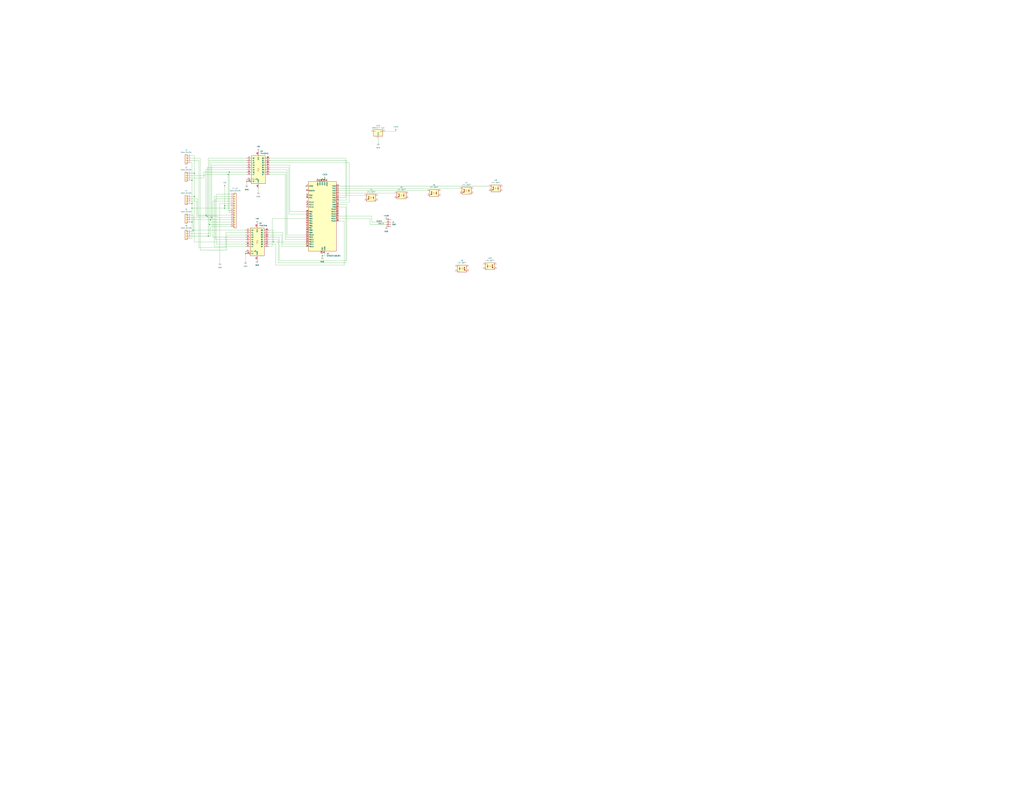
<source format=kicad_sch>
(kicad_sch (version 20250114) (generator "eeschema") (generator_version "9.0")
  (paper "E")
  (lib_symbols
    (symbol "74xx:74HC245" (pin_names (offset 1.016))
      (property "Reference" "U" (at -7.62 16.51 0))
      (property "Value" "74HC245" (at -7.62 -16.51 0))
      (symbol "74HC245_1_0"
        (polyline (pts (xy -1.27 -1.27) (xy 0.635 -1.27) (xy 0.635 1.27) (xy 1.27 1.27)))
        (polyline (pts (xy -0.635 -1.27) (xy -0.635 1.27) (xy 0.635 1.27)))
        (pin tri_state line (at -12.7 12.7 0) (length 5.08) (name "A0") (number "2"))
        (pin tri_state line (at -12.7 10.16 0) (length 5.08) (name "A1") (number "3"))
        (pin tri_state line (at -12.7 7.62 0) (length 5.08) (name "A2") (number "4"))
        (pin tri_state line (at -12.7 5.08 0) (length 5.08) (name "A3") (number "5"))
        (pin tri_state line (at -12.7 2.54 0) (length 5.08) (name "A4") (number "6"))
        (pin tri_state line (at -12.7 0 0) (length 5.08) (name "A5") (number "7"))
        (pin tri_state line (at -12.7 -2.54 0) (length 5.08) (name "A6") (number "8"))
        (pin tri_state line (at -12.7 -5.08 0) (length 5.08) (name "A7") (number "9"))
        (pin input line (at -12.7 -10.16 0) (length 5.08) (name "A->B") (number "1"))
        (pin input inverted (at -12.7 -12.7 0) (length 5.08) (name "CE") (number "19"))
        (pin power_in line (at 0 20.32 270) (length 5.08) (name "VCC") (number "20"))
        (pin power_in line (at 0 -20.32 90) (length 5.08) (name "GND") (number "10"))
        (pin tri_state line (at 12.7 12.7 180) (length 5.08) (name "B0") (number "18"))
        (pin tri_state line (at 12.7 10.16 180) (length 5.08) (name "B1") (number "17"))
        (pin tri_state line (at 12.7 7.62 180) (length 5.08) (name "B2") (number "16"))
        (pin tri_state line (at 12.7 5.08 180) (length 5.08) (name "B3") (number "15"))
        (pin tri_state line (at 12.7 2.54 180) (length 5.08) (name "B4") (number "14"))
        (pin tri_state line (at 12.7 0 180) (length 5.08) (name "B5") (number "13"))
        (pin tri_state line (at 12.7 -2.54 180) (length 5.08) (name "B6") (number "12"))
        (pin tri_state line (at 12.7 -5.08 180) (length 5.08) (name "B7") (number "11"))
      )
      (symbol "74HC245_1_1"
        (rectangle (start -7.62 15.24) (end 7.62 -15.24) (stroke (width 0.254)) (fill (type background)))
      )
    )
    (symbol "Connector:Conn_01x04_Socket" (pin_names (offset 1.016) (hide yes))
      (property "Reference" "J" (at 0 5.08 0))
      (property "Value" "Conn_01x04_Socket" (at 0 -7.62 0))
      (symbol "Conn_01x04_Socket_1_1"
        (polyline (pts (xy -1.27 2.54) (xy -0.508 2.54)) (stroke (width 0.1524)))
        (polyline (pts (xy -1.27 0) (xy -0.508 0)) (stroke (width 0.1524)))
        (polyline (pts (xy -1.27 -2.54) (xy -0.508 -2.54)) (stroke (width 0.1524)))
        (polyline (pts (xy -1.27 -5.08) (xy -0.508 -5.08)) (stroke (width 0.1524)))
        (arc (start 0 2.032) (mid -0.5058 2.54) (end 0 3.048) (stroke (width 0.1524)))
        (arc (start 0 -0.508) (mid -0.5058 0) (end 0 0.508) (stroke (width 0.1524)))
        (arc (start 0 -3.048) (mid -0.5058 -2.54) (end 0 -2.032) (stroke (width 0.1524)))
        (arc (start 0 -5.588) (mid -0.5058 -5.08) (end 0 -4.572) (stroke (width 0.1524)))
        (pin passive line (at -5.08 2.54 0) (length 3.81) (name "Pin_1") (number "1"))
        (pin passive line (at -5.08 0 0) (length 3.81) (name "Pin_2") (number "2"))
        (pin passive line (at -5.08 -2.54 0) (length 3.81) (name "Pin_3") (number "3"))
        (pin passive line (at -5.08 -5.08 0) (length 3.81) (name "Pin_4") (number "4"))
      )
    )
    (symbol "Connector_Generic:Conn_01x04" (pin_names (offset 1.016) (hide yes))
      (property "Reference" "J" (at 0 5.08 0))
      (property "Value" "Conn_01x04" (at 0 -7.62 0))
      (symbol "Conn_01x04_1_1"
        (rectangle (start -1.27 3.81) (end 1.27 -6.35) (stroke (width 0.254)) (fill (type background)))
        (rectangle (start -1.27 2.667) (end 0 2.413) (stroke (width 0.1524)))
        (rectangle (start -1.27 0.127) (end 0 -0.127) (stroke (width 0.1524)))
        (rectangle (start -1.27 -2.413) (end 0 -2.667) (stroke (width 0.1524)))
        (rectangle (start -1.27 -4.953) (end 0 -5.207) (stroke (width 0.1524)))
        (pin passive line (at -5.08 2.54 0) (length 3.81) (name "Pin_1") (number "1"))
        (pin passive line (at -5.08 0 0) (length 3.81) (name "Pin_2") (number "2"))
        (pin passive line (at -5.08 -2.54 0) (length 3.81) (name "Pin_3") (number "3"))
        (pin passive line (at -5.08 -5.08 0) (length 3.81) (name "Pin_4") (number "4"))
      )
    )
    (symbol "Connector_Generic:Conn_01x15" (pin_names (offset 1.016) (hide yes))
      (property "Reference" "J" (at 0 20.32 0))
      (property "Value" "Conn_01x15" (at 0 -20.32 0))
      (symbol "Conn_01x15_1_1"
        (rectangle (start -1.27 19.05) (end 1.27 -19.05) (stroke (width 0.254)) (fill (type background)))
        (rectangle (start -1.27 17.907) (end 0 17.653) (stroke (width 0.1524)))
        (rectangle (start -1.27 15.367) (end 0 15.113) (stroke (width 0.1524)))
        (rectangle (start -1.27 12.827) (end 0 12.573) (stroke (width 0.1524)))
        (rectangle (start -1.27 10.287) (end 0 10.033) (stroke (width 0.1524)))
        (rectangle (start -1.27 7.747) (end 0 7.493) (stroke (width 0.1524)))
        (rectangle (start -1.27 5.207) (end 0 4.953) (stroke (width 0.1524)))
        (rectangle (start -1.27 2.667) (end 0 2.413) (stroke (width 0.1524)))
        (rectangle (start -1.27 0.127) (end 0 -0.127) (stroke (width 0.1524)))
        (rectangle (start -1.27 -2.413) (end 0 -2.667) (stroke (width 0.1524)))
        (rectangle (start -1.27 -4.953) (end 0 -5.207) (stroke (width 0.1524)))
        (rectangle (start -1.27 -7.493) (end 0 -7.747) (stroke (width 0.1524)))
        (rectangle (start -1.27 -10.033) (end 0 -10.287) (stroke (width 0.1524)))
        (rectangle (start -1.27 -12.573) (end 0 -12.827) (stroke (width 0.1524)))
        (rectangle (start -1.27 -15.113) (end 0 -15.367) (stroke (width 0.1524)))
        (rectangle (start -1.27 -17.653) (end 0 -17.907) (stroke (width 0.1524)))
        (pin passive line (at -5.08 17.78 0) (length 3.81) (name "Pin_1") (number "1"))
        (pin passive line (at -5.08 15.24 0) (length 3.81) (name "Pin_2") (number "2"))
        (pin passive line (at -5.08 12.7 0) (length 3.81) (name "Pin_3") (number "3"))
        (pin passive line (at -5.08 10.16 0) (length 3.81) (name "Pin_4") (number "4"))
        (pin passive line (at -5.08 7.62 0) (length 3.81) (name "Pin_5") (number "5"))
        (pin passive line (at -5.08 5.08 0) (length 3.81) (name "Pin_6") (number "6"))
        (pin passive line (at -5.08 2.54 0) (length 3.81) (name "Pin_7") (number "7"))
        (pin passive line (at -5.08 0 0) (length 3.81) (name "Pin_8") (number "8"))
        (pin passive line (at -5.08 -2.54 0) (length 3.81) (name "Pin_9") (number "9"))
        (pin passive line (at -5.08 -5.08 0) (length 3.81) (name "Pin_10") (number "10"))
        (pin passive line (at -5.08 -7.62 0) (length 3.81) (name "Pin_11") (number "11"))
        (pin passive line (at -5.08 -10.16 0) (length 3.81) (name "Pin_12") (number "12"))
        (pin passive line (at -5.08 -12.7 0) (length 3.81) (name "Pin_13") (number "13"))
        (pin passive line (at -5.08 -15.24 0) (length 3.81) (name "Pin_14") (number "14"))
        (pin passive line (at -5.08 -17.78 0) (length 3.81) (name "Pin_15") (number "15"))
      )
    )
    (symbol "Isolator:LTV-357T" (pin_names (offset 1.016))
      (property "Reference" "U" (at -5.334 4.826 0))
      (property "Value" "LTV-357T" (at 0 5.08 0))
      (symbol "LTV-357T_0_1"
        (rectangle (start -5.08 3.81) (end 5.08 -3.81) (stroke (width 0.254)) (fill (type background)))
        (polyline (pts (xy -5.08 2.54) (xy -2.54 2.54) (xy -2.54 -0.762)))
        (polyline (pts (xy -3.175 -0.635) (xy -1.905 -0.635)) (stroke (width 0.254)))
        (polyline (pts (xy -2.54 -0.635) (xy -2.54 -2.54) (xy -5.08 -2.54)))
        (polyline (pts (xy -2.54 -0.635) (xy -3.175 0.635) (xy -1.905 0.635) (xy -2.54 -0.635)) (stroke (width 0.254)))
        (polyline (pts (xy -0.508 0.508) (xy 0.762 0.508) (xy 0.381 0.381) (xy 0.381 0.635) (xy 0.762 0.508)))
        (polyline (pts (xy -0.508 -0.508) (xy 0.762 -0.508) (xy 0.381 -0.635) (xy 0.381 -0.381) (xy 0.762 -0.508)))
        (polyline (pts (xy 2.54 1.905) (xy 2.54 -1.905)) (stroke (width 0.508)))
        (polyline (pts (xy 2.54 0.635) (xy 4.445 2.54)))
        (polyline (pts (xy 3.048 -1.651) (xy 3.556 -1.143) (xy 4.064 -2.159) (xy 3.048 -1.651)) (fill (type outline)))
        (polyline (pts (xy 4.445 2.54) (xy 5.08 2.54)))
        (polyline (pts (xy 4.445 -2.54) (xy 2.54 -0.635)) (fill (type outline)))
        (polyline (pts (xy 4.445 -2.54) (xy 5.08 -2.54)))
      )
      (symbol "LTV-357T_1_1"
        (pin passive line (at -7.62 2.54 0) (length 2.54) (name "~") (number "1"))
        (pin passive line (at -7.62 -2.54 0) (length 2.54) (name "~") (number "2"))
        (pin passive line (at 7.62 2.54 180) (length 2.54) (name "~") (number "4"))
        (pin passive line (at 7.62 -2.54 180) (length 2.54) (name "~") (number "3"))
      )
    )
    (symbol "MCU_ST_STM32F1:STM32F103CBTx"
      (property "Reference" "U" (at -15.24 39.37 0))
      (property "Value" "STM32F103CBTx" (at 7.62 39.37 0))
      (symbol "STM32F103CBTx_0_1"
        (rectangle (start -15.24 -38.1) (end 15.24 38.1) (stroke (width 0.254)) (fill (type background)))
      )
      (symbol "STM32F103CBTx_1_1"
        (pin input line (at -17.78 33.02 0) (length 2.54) (name "NRST") (number "7"))
        (pin input line (at -17.78 27.94 0) (length 2.54) (name "BOOT0") (number "44"))
        (pin bidirectional line (at -17.78 22.86 0) (length 2.54) (name "PD0") (number "5"))
        (pin bidirectional line (at -17.78 20.32 0) (length 2.54) (name "PD1") (number "6"))
        (pin bidirectional line (at -17.78 15.24 0) (length 2.54) (name "PC13") (number "2"))
        (pin bidirectional line (at -17.78 12.7 0) (length 2.54) (name "PC14") (number "3"))
        (pin bidirectional line (at -17.78 10.16 0) (length 2.54) (name "PC15") (number "4"))
        (pin bidirectional line (at -17.78 5.08 0) (length 2.54) (name "PB0") (number "18"))
        (pin bidirectional line (at -17.78 2.54 0) (length 2.54) (name "PB1") (number "19"))
        (pin bidirectional line (at -17.78 0 0) (length 2.54) (name "PB2") (number "20"))
        (pin bidirectional line (at -17.78 -2.54 0) (length 2.54) (name "PB3") (number "39"))
        (pin bidirectional line (at -17.78 -5.08 0) (length 2.54) (name "PB4") (number "40"))
        (pin bidirectional line (at -17.78 -7.62 0) (length 2.54) (name "PB5") (number "41"))
        (pin bidirectional line (at -17.78 -10.16 0) (length 2.54) (name "PB6") (number "42"))
        (pin bidirectional line (at -17.78 -12.7 0) (length 2.54) (name "PB7") (number "43"))
        (pin bidirectional line (at -17.78 -15.24 0) (length 2.54) (name "PB8") (number "45"))
        (pin bidirectional line (at -17.78 -17.78 0) (length 2.54) (name "PB9") (number "46"))
        (pin bidirectional line (at -17.78 -20.32 0) (length 2.54) (name "PB10") (number "21"))
        (pin bidirectional line (at -17.78 -22.86 0) (length 2.54) (name "PB11") (number "22"))
        (pin bidirectional line (at -17.78 -25.4 0) (length 2.54) (name "PB12") (number "25"))
        (pin bidirectional line (at -17.78 -27.94 0) (length 2.54) (name "PB13") (number "26"))
        (pin bidirectional line (at -17.78 -30.48 0) (length 2.54) (name "PB14") (number "27"))
        (pin bidirectional line (at -17.78 -33.02 0) (length 2.54) (name "PB15") (number "28"))
        (pin power_in line (at -5.08 40.64 270) (length 2.54) (name "VBAT") (number "1"))
        (pin power_in line (at -2.54 40.64 270) (length 2.54) (name "VDD") (number "24"))
        (pin power_in line (at 0 40.64 270) (length 2.54) (name "VDD") (number "36"))
        (pin power_in line (at 0 -40.64 90) (length 2.54) (name "VSS") (number "23"))
        (pin passive line (at 0 -40.64 90) (length 2.54) (hide yes) (name "VSS") (number "35"))
        (pin passive line (at 0 -40.64 90) (length 2.54) (hide yes) (name "VSS") (number "47"))
        (pin power_in line (at 2.54 40.64 270) (length 2.54) (name "VDD") (number "48"))
        (pin power_in line (at 2.54 -40.64 90) (length 2.54) (name "VSSA") (number "8"))
        (pin power_in line (at 5.08 40.64 270) (length 2.54) (name "VDDA") (number "9"))
        (pin bidirectional line (at 17.78 33.02 180) (length 2.54) (name "PA0") (number "10"))
        (pin bidirectional line (at 17.78 30.48 180) (length 2.54) (name "PA1") (number "11"))
        (pin bidirectional line (at 17.78 27.94 180) (length 2.54) (name "PA2") (number "12"))
        (pin bidirectional line (at 17.78 25.4 180) (length 2.54) (name "PA3") (number "13"))
        (pin bidirectional line (at 17.78 22.86 180) (length 2.54) (name "PA4") (number "14"))
        (pin bidirectional line (at 17.78 20.32 180) (length 2.54) (name "PA5") (number "15"))
        (pin bidirectional line (at 17.78 17.78 180) (length 2.54) (name "PA6") (number "16"))
        (pin bidirectional line (at 17.78 15.24 180) (length 2.54) (name "PA7") (number "17"))
        (pin bidirectional line (at 17.78 12.7 180) (length 2.54) (name "PA8") (number "29"))
        (pin bidirectional line (at 17.78 10.16 180) (length 2.54) (name "PA9") (number "30"))
        (pin bidirectional line (at 17.78 7.62 180) (length 2.54) (name "PA10") (number "31"))
        (pin bidirectional line (at 17.78 5.08 180) (length 2.54) (name "PA11") (number "32"))
        (pin bidirectional line (at 17.78 2.54 180) (length 2.54) (name "PA12") (number "33"))
        (pin bidirectional line (at 17.78 0 180) (length 2.54) (name "PA13") (number "34"))
        (pin bidirectional line (at 17.78 -2.54 180) (length 2.54) (name "PA14") (number "37"))
        (pin bidirectional line (at 17.78 -5.08 180) (length 2.54) (name "PA15") (number "38"))
      )
    )
    (symbol "Regulator_Linear:AMS1117-3.3"
      (property "Reference" "U" (at -3.81 3.175 0))
      (property "Value" "AMS1117-3.3" (at 0 3.175 0))
      (symbol "AMS1117-3.3_0_1"
        (rectangle (start -5.08 -5.08) (end 5.08 1.905) (stroke (width 0.254)) (fill (type background)))
      )
      (symbol "AMS1117-3.3_1_1"
        (pin power_in line (at -7.62 0 0) (length 2.54) (name "VI") (number "3"))
        (pin power_in line (at 0 -7.62 90) (length 2.54) (name "GND") (number "1"))
        (pin power_out line (at 7.62 0 180) (length 2.54) (name "VO") (number "2"))
      )
    )
    (symbol "power:+3.3V" (power) (pin_numbers (hide yes)) (pin_names (offset 0) (hide yes))
      (property "Value" "+3.3V" (at 0 3.556 0))
      (symbol "+3.3V_0_1"
        (polyline (pts (xy -0.762 1.27) (xy 0 2.54)))
        (polyline (pts (xy 0 2.54) (xy 0.762 1.27)))
        (polyline (pts (xy 0 0) (xy 0 2.54)))
      )
      (symbol "+3.3V_1_1"
        (pin power_in line (at 0 0 90) (length 0) (name "~") (number "1"))
      )
    )
    (symbol "power:+5V" (power) (pin_numbers (hide yes)) (pin_names (offset 0) (hide yes))
      (property "Value" "+5V" (at 0 3.556 0))
      (symbol "+5V_0_1"
        (polyline (pts (xy -0.762 1.27) (xy 0 2.54)))
        (polyline (pts (xy 0 2.54) (xy 0.762 1.27)))
        (polyline (pts (xy 0 0) (xy 0 2.54)))
      )
      (symbol "+5V_1_1"
        (pin power_in line (at 0 0 90) (length 0) (name "~") (number "1"))
      )
    )
    (symbol "power:GND" (power) (pin_numbers (hide yes)) (pin_names (offset 0) (hide yes))
      (property "Value" "GND" (at 0 -3.81 0))
      (symbol "GND_0_1"
        (polyline (pts (xy 0 0) (xy 0 -1.27) (xy 1.27 -1.27) (xy 0 -2.54) (xy -1.27 -1.27) (xy 0 -1.27)))
      )
      (symbol "GND_1_1"
        (pin power_in line (at 0 0 270) (length 0) (name "~") (number "1"))
      )
    )
  )
  (junction (at 209.55 242.57))
  (junction (at 226.06 236.22))
  (junction (at 245.11 227.33))
  (junction (at 245.11 224.79))
  (junction (at 210.82 251.46))
  (junction (at 212.09 189.23))
  (junction (at 212.09 214.63))
  (junction (at 248.92 190.5))
  (junction (at 267.97 276.86))
  (junction (at 209.55 227.33))
  (junction (at 250.19 187.96))
  (junction (at 209.55 196.85))
  (junction (at 231.14 237.49))
  (junction (at 298.45 264.16))
  (junction (at 351.79 195.58))
  (junction (at 269.24 198.12))
  (junction (at 224.79 234.95))
  (junction (at 209.55 222.25))
  (junction (at 354.33 195.58))
  (junction (at 351.79 279.4))
  (junction (at 227.33 257.81))
  (junction (at 228.6 245.11))
  (junction (at 229.87 240.03))
  (no_connect (at 334.01 203.2))
  (no_connect (at 346.71 195.58))
  (wire (pts (xy 217.17 270.51) (xy 246.38 270.51)))
  (wire (pts (xy 215.9 217.17) (xy 215.9 234.95)))
  (wire (pts (xy 251.46 242.57) (xy 229.87 242.57)))
  (wire (pts (xy 228.6 175.26) (xy 269.24 175.26)))
  (wire (pts (xy 303.53 261.62) (xy 303.53 287.02)))
  (wire (pts (xy 209.55 177.8) (xy 209.55 196.85)))
  (wire (pts (xy 334.01 233.68) (xy 314.96 233.68)))
  (wire (pts (xy 214.63 236.22) (xy 214.63 219.71)))
  (wire (pts (xy 226.06 236.22) (xy 214.63 236.22)))
  (wire (pts (xy 208.28 234.95) (xy 210.82 234.95)))
  (wire (pts (xy 354.33 195.58) (xy 356.87 195.58)))
  (wire (pts (xy 311.15 261.62) (xy 311.15 190.5)))
  (wire (pts (xy 293.37 254) (xy 308.61 254)))
  (wire (pts (xy 369.57 238.76) (xy 403.86 238.76)))
  (wire (pts (xy 224.79 185.42) (xy 269.24 185.42)))
  (wire (pts (xy 245.11 224.79) (xy 251.46 224.79)))
  (wire (pts (xy 229.87 242.57) (xy 229.87 240.03)))
  (wire (pts (xy 308.61 266.7) (xy 334.01 266.7)))
  (wire (pts (xy 369.57 210.82) (xy 430.53 210.82)))
  (wire (pts (xy 212.09 214.63) (xy 212.09 189.23)))
  (wire (pts (xy 294.64 172.72) (xy 377.19 172.72)))
  (wire (pts (xy 233.68 269.24) (xy 267.97 269.24)))
  (wire (pts (xy 369.57 226.06) (xy 377.19 226.06)))
  (wire (pts (xy 369.57 203.2) (xy 533.4 203.2)))
  (wire (pts (xy 229.87 177.8) (xy 269.24 177.8)))
  (wire (pts (xy 294.64 175.26) (xy 378.46 175.26)))
  (wire (pts (xy 267.97 276.86) (xy 267.97 285.75)))
  (wire (pts (xy 351.79 279.4) (xy 354.33 279.4)))
  (wire (pts (xy 267.97 274.32) (xy 267.97 276.86)))
  (wire (pts (xy 224.79 234.95) (xy 224.79 185.42)))
  (wire (pts (xy 224.79 234.95) (xy 251.46 234.95)))
  (wire (pts (xy 369.57 223.52) (xy 378.46 223.52)))
  (wire (pts (xy 351.79 195.58) (xy 354.33 195.58)))
  (wire (pts (xy 307.34 256.54) (xy 307.34 269.24)))
  (wire (pts (xy 300.99 289.56) (xy 300.99 266.7)))
  (wire (pts (xy 209.55 242.57) (xy 209.55 227.33)))
  (wire (pts (xy 226.06 182.88) (xy 269.24 182.88)))
  (wire (pts (xy 334.01 256.54) (xy 313.69 256.54)))
  (wire (pts (xy 240.03 222.25) (xy 251.46 222.25)))
  (wire (pts (xy 294.64 190.5) (xy 311.15 190.5)))
  (wire (pts (xy 247.65 273.05) (xy 247.65 256.54)))
  (wire (pts (xy 209.55 260.35) (xy 208.28 260.35)))
  (wire (pts (xy 293.37 269.24) (xy 297.18 269.24)))
  (wire (pts (xy 222.25 194.31) (xy 208.28 194.31)))
  (wire (pts (xy 377.19 172.72) (xy 377.19 215.9)))
  (wire (pts (xy 251.46 240.03) (xy 231.14 240.03)))
  (wire (pts (xy 403.86 245.11) (xy 421.64 245.11)))
  (wire (pts (xy 212.09 170.18) (xy 212.09 189.23)))
  (wire (pts (xy 313.69 256.54) (xy 313.69 185.42)))
  (wire (pts (xy 218.44 273.05) (xy 218.44 172.72)))
  (wire (pts (xy 215.9 234.95) (xy 224.79 234.95)))
  (wire (pts (xy 208.28 177.8) (xy 209.55 177.8)))
  (wire (pts (xy 237.49 237.49) (xy 237.49 236.22)))
  (wire (pts (xy 378.46 175.26) (xy 378.46 218.44)))
  (wire (pts (xy 377.19 287.02) (xy 377.19 226.06)))
  (wire (pts (xy 234.95 217.17) (xy 251.46 217.17)))
  (wire (pts (xy 218.44 172.72) (xy 208.28 172.72)))
  (wire (pts (xy 245.11 224.79) (xy 245.11 227.33)))
  (wire (pts (xy 381 220.98) (xy 381 177.8)))
  (wire (pts (xy 229.87 240.03) (xy 208.28 240.03)))
  (wire (pts (xy 369.57 236.22) (xy 405.765 236.22)))
  (wire (pts (xy 214.63 219.71) (xy 208.28 219.71)))
  (wire (pts (xy 227.33 172.72) (xy 227.33 257.81)))
  (wire (pts (xy 217.17 175.26) (xy 217.17 270.51)))
  (wire (pts (xy 378.46 284.48) (xy 304.8 284.48)))
  (wire (pts (xy 231.14 237.49) (xy 208.28 237.49)))
  (wire (pts (xy 294.64 187.96) (xy 312.42 187.96)))
  (wire (pts (xy 250.19 187.96) (xy 250.19 232.41)))
  (wire (pts (xy 304.8 259.08) (xy 293.37 259.08)))
  (wire (pts (xy 269.24 172.72) (xy 227.33 172.72)))
  (wire (pts (xy 209.55 227.33) (xy 209.55 222.25)))
  (wire (pts (xy 237.49 236.22) (xy 226.06 236.22)))
  (wire (pts (xy 233.68 214.63) (xy 251.46 214.63)))
  (wire (pts (xy 236.22 212.09) (xy 251.46 212.09)))
  (wire (pts (xy 313.69 185.42) (xy 294.64 185.42)))
  (wire (pts (xy 297.18 238.76) (xy 334.01 238.76)))
  (wire (pts (xy 298.45 264.16) (xy 334.01 264.16)))
  (wire (pts (xy 293.37 261.62) (xy 303.53 261.62)))
  (wire (pts (xy 234.95 261.62) (xy 234.95 217.17)))
  (wire (pts (xy 248.92 229.87) (xy 251.46 229.87)))
  (wire (pts (xy 303.53 287.02) (xy 377.19 287.02)))
  (wire (pts (xy 222.25 187.96) (xy 222.25 194.31)))
  (wire (pts (xy 375.92 241.3) (xy 375.92 289.56)))
  (wire (pts (xy 316.23 231.14) (xy 334.01 231.14)))
  (wire (pts (xy 334.01 261.62) (xy 311.15 261.62)))
  (wire (pts (xy 251.46 245.11) (xy 228.6 245.11)))
  (wire (pts (xy 369.57 218.44) (xy 378.46 218.44)))
  (wire (pts (xy 334.01 259.08) (xy 312.42 259.08)))
  (wire (pts (xy 369.57 205.74) (xy 501.65 205.74)))
  (wire (pts (xy 250.19 232.41) (xy 251.46 232.41)))
  (wire (pts (xy 208.28 222.25) (xy 209.55 222.25)))
  (wire (pts (xy 297.18 269.24) (xy 297.18 238.76)))
  (wire (pts (xy 223.52 191.77) (xy 208.28 191.77)))
  (wire (pts (xy 375.92 289.56) (xy 300.99 289.56)))
  (wire (pts (xy 212.09 189.23) (xy 208.28 189.23)))
  (wire (pts (xy 212.09 214.63) (xy 212.09 264.16)))
  (wire (pts (xy 247.65 256.54) (xy 267.97 256.54)))
  (wire (pts (xy 294.64 177.8) (xy 381 177.8)))
  (wire (pts (xy 210.82 234.95) (xy 210.82 251.46)))
  (wire (pts (xy 226.06 236.22) (xy 226.06 182.88)))
  (wire (pts (xy 236.22 266.7) (xy 267.97 266.7)))
  (wire (pts (xy 351.79 276.86) (xy 351.79 279.4)))
  (wire (pts (xy 251.46 247.65) (xy 229.87 247.65)))
  (wire (pts (xy 245.11 227.33) (xy 251.46 227.33)))
  (wire (pts (xy 369.57 213.36) (xy 397.51 213.36)))
  (wire (pts (xy 267.97 254) (xy 246.38 254)))
  (wire (pts (xy 378.46 223.52) (xy 378.46 284.48)))
  (wire (pts (xy 349.25 195.58) (xy 351.79 195.58)))
  (wire (pts (xy 293.37 264.16) (xy 298.45 264.16)))
  (wire (pts (xy 269.24 190.5) (xy 248.92 190.5)))
  (wire (pts (xy 209.55 222.25) (xy 209.55 196.85)))
  (wire (pts (xy 208.28 214.63) (xy 212.09 214.63)))
  (wire (pts (xy 420.37 143.51) (xy 431.8 143.51)))
  (wire (pts (xy 294.64 180.34) (xy 316.23 180.34)))
  (wire (pts (xy 223.52 190.5) (xy 248.92 190.5)))
  (wire (pts (xy 232.41 259.08) (xy 232.41 219.71)))
  (wire (pts (xy 307.34 269.24) (xy 334.01 269.24)))
  (wire (pts (xy 227.33 257.81) (xy 208.28 257.81)))
  (wire (pts (xy 208.28 242.57) (xy 209.55 242.57)))
  (wire (pts (xy 229.87 257.81) (xy 227.33 257.81)))
  (wire (pts (xy 354.33 276.86) (xy 354.33 279.4)))
  (wire (pts (xy 403.86 238.76) (xy 403.86 245.11)))
  (wire (pts (xy 293.37 256.54) (xy 307.34 256.54)))
  (wire (pts (xy 231.14 237.49) (xy 231.14 180.34)))
  (wire (pts (xy 231.14 180.34) (xy 269.24 180.34)))
  (wire (pts (xy 208.28 170.18) (xy 212.09 170.18)))
  (wire (pts (xy 245.11 204.47) (xy 245.11 224.79)))
  (wire (pts (xy 209.55 196.85) (xy 208.28 196.85)))
  (wire (pts (xy 300.99 266.7) (xy 293.37 266.7)))
  (wire (pts (xy 234.95 261.62) (xy 267.97 261.62)))
  (wire (pts (xy 236.22 266.7) (xy 236.22 212.09)))
  (wire (pts (xy 314.96 182.88) (xy 294.64 182.88)))
  (wire (pts (xy 240.03 287.02) (xy 240.03 222.25)))
  (wire (pts (xy 312.42 259.08) (xy 312.42 187.96)))
  (wire (pts (xy 281.94 205.74) (xy 281.94 209.55)))
  (wire (pts (xy 232.41 259.08) (xy 267.97 259.08)))
  (wire (pts (xy 269.24 187.96) (xy 250.19 187.96)))
  (wire (pts (xy 246.38 254) (xy 246.38 270.51)))
  (wire (pts (xy 412.75 151.13) (xy 412.75 156.21)))
  (wire (pts (xy 369.57 208.28) (xy 466.09 208.28)))
  (wire (pts (xy 223.52 190.5) (xy 223.52 191.77)))
  (wire (pts (xy 316.23 180.34) (xy 316.23 231.14)))
  (wire (pts (xy 247.65 273.05) (xy 218.44 273.05)))
  (wire (pts (xy 251.46 237.49) (xy 237.49 237.49)))
  (wire (pts (xy 229.87 247.65) (xy 229.87 257.81)))
  (wire (pts (xy 210.82 251.46) (xy 210.82 252.73)))
  (wire (pts (xy 293.37 251.46) (xy 298.45 251.46)))
  (wire (pts (xy 208.28 175.26) (xy 217.17 175.26)))
  (wire (pts (xy 232.41 219.71) (xy 251.46 219.71)))
  (wire (pts (xy 233.68 269.24) (xy 233.68 214.63)))
  (wire (pts (xy 269.24 198.12) (xy 269.24 201.93)))
  (wire (pts (xy 369.57 220.98) (xy 381 220.98)))
  (wire (pts (xy 228.6 245.11) (xy 228.6 255.27)))
  (wire (pts (xy 208.28 217.17) (xy 215.9 217.17)))
  (wire (pts (xy 405.765 242.57) (xy 421.64 242.57)))
  (wire (pts (xy 229.87 240.03) (xy 229.87 177.8)))
  (wire (pts (xy 209.55 242.57) (xy 209.55 260.35)))
  (wire (pts (xy 209.55 227.33) (xy 245.11 227.33)))
  (wire (pts (xy 369.57 241.3) (xy 375.92 241.3)))
  (wire (pts (xy 228.6 245.11) (xy 228.6 175.26)))
  (wire (pts (xy 298.45 251.46) (xy 298.45 264.16)))
  (wire (pts (xy 212.09 264.16) (xy 267.97 264.16)))
  (wire (pts (xy 314.96 233.68) (xy 314.96 182.88)))
  (wire (pts (xy 248.92 190.5) (xy 248.92 229.87)))
  (wire (pts (xy 405.765 236.22) (xy 405.765 242.57)))
  (wire (pts (xy 208.28 255.27) (xy 228.6 255.27)))
  (wire (pts (xy 210.82 252.73) (xy 208.28 252.73)))
  (wire (pts (xy 351.79 279.4) (xy 351.79 280.67)))
  (wire (pts (xy 250.19 187.96) (xy 222.25 187.96)))
  (wire (pts (xy 377.19 215.9) (xy 369.57 215.9)))
  (wire (pts (xy 304.8 284.48) (xy 304.8 259.08)))
  (wire (pts (xy 269.24 195.58) (xy 269.24 198.12)))
  (wire (pts (xy 210.82 251.46) (xy 267.97 251.46)))
  (wire (pts (xy 308.61 254) (xy 308.61 266.7)))
  (wire (pts (xy 231.14 240.03) (xy 231.14 237.49)))
  (label "SWDIO" (at 410.845 242.57 0))
  (label "SWCLK" (at 412.75 245.11 0))
  (symbol (lib_id "74xx:74HC245") (at 281.94 185.42 0) (unit 1)
    (property "Reference" "U3" (at 284.0833 165.1 0) (effects (justify left)))
    (property "Value" "74HC245" (at 284.0833 167.64 0) (effects (justify left)))
    (property "Datasheet" "http://www.ti.com/lit/gpn/sn74HC245" (effects (hide yes)))
    (property "Description" "Octal BUS Transceivers, 3-State outputs" (effects (hide yes)))
  )
  (symbol (lib_id "Regulator_Linear:AMS1117-3.3") (at 412.75 143.51 0) (unit 1)
    (property "Reference" "U12" (at 412.75 137.16 0))
    (property "Value" "AMS1117-3.3" (at 412.75 139.7 0))
    (property "Footprint" "Package_TO_SOT_SMD:SOT-223-3_TabPin2" (effects (hide yes)))
    (property "Datasheet" "http://www.advanced-monolithic.com/pdf/ds1117.pdf" (effects (hide yes)))
    (property "Description" "1A Low Dropout regulator, positive, 3.3V fixed output, SOT-223" (effects (hide yes)))
  )
  (symbol (lib_id "power:GND") (at 280.67 284.48 0) (unit 1)
    (property "Reference" "#PWR07" (effects (hide yes)))
    (property "Value" "GND" (at 280.67 289.56 0))
    (property "Description" "Power symbol creates a global label with name \"GND\" , ground" (effects (hide yes)))
  )
  (symbol (lib_id "power:+5V") (at 245.11 204.47 0) (unit 1)
    (property "Reference" "#PWR011" (effects (hide yes)))
    (property "Value" "+5V" (at 245.11 199.39 0))
    (property "Description" "Power symbol creates a global label with name \"+5V\"" (effects (hide yes)))
  )
  (symbol (lib_id "power:GND") (at 351.79 280.67 0) (unit 1)
    (property "Reference" "#PWR03" (effects (hide yes)))
    (property "Value" "GND" (at 351.79 285.75 0))
    (property "Description" "Power symbol creates a global label with name \"GND\" , ground" (effects (hide yes)))
  )
  (symbol (lib_id "74xx:74HC245") (at 280.67 264.16 0) (unit 1)
    (property "Reference" "U2" (at 282.8133 243.84 0) (effects (justify left)))
    (property "Value" "74HC245" (at 282.8133 246.38 0) (effects (justify left)))
    (property "Datasheet" "http://www.ti.com/lit/gpn/sn74HC245" (effects (hide yes)))
    (property "Description" "Octal BUS Transceivers, 3-State outputs" (effects (hide yes)))
  )
  (symbol (lib_id "Connector_Generic:Conn_01x04") (at 203.2 237.49 0) (mirror y) (unit 1)
    (property "Reference" "J5" (at 203.2 228.6 0))
    (property "Value" "Conn_01x04" (at 203.2 231.14 0))
    (property "Description" "Generic connector, single row, 01x04, script generated (kicad-library-utils/schlib/autogen/connector/)" (effects (hide yes)))
  )
  (symbol (lib_id "Isolator:LTV-357T") (at 541.02 205.74 0) (mirror y) (unit 1)
    (property "Reference" "U8" (at 541.02 196.85 0))
    (property "Value" "LTV-357T" (at 541.02 199.39 0))
    (property "Footprint" "Package_SO:SO-4_4.4x3.6mm_P2.54mm" (effects (hide yes)))
    (property "Datasheet" "https://www.buerklin.com/medias/sys_master/download/download/h91/ha0/8892020588574.pdf" (effects (hide yes)))
    (property "Description" "DC Optocoupler, Vce 35V, CTR 50%, SO-4" (effects (hide yes)))
  )
  (symbol (lib_id "Connector:Conn_01x04_Socket") (at 426.72 242.57 0) (unit 1)
    (property "Reference" "J1" (at 427.99 242.5699 0) (effects (justify left)))
    (property "Value" "SWD" (at 427.99 245.1099 0) (effects (justify left)))
    (property "Description" "Generic connector, single row, 01x04, script generated" (effects (hide yes)))
  )
  (symbol (lib_id "Isolator:LTV-357T") (at 405.13 215.9 0) (mirror y) (unit 1)
    (property "Reference" "U4" (at 405.13 207.01 0))
    (property "Value" "LTV-357T" (at 405.13 209.55 0))
    (property "Footprint" "Package_SO:SO-4_4.4x3.6mm_P2.54mm" (effects (hide yes)))
    (property "Datasheet" "https://www.buerklin.com/medias/sys_master/download/download/h91/ha0/8892020588574.pdf" (effects (hide yes)))
    (property "Description" "DC Optocoupler, Vce 35V, CTR 50%, SO-4" (effects (hide yes)))
  )
  (symbol (lib_id "power:+3.3V") (at 431.8 143.51 0) (unit 1)
    (property "Reference" "#PWR01" (effects (hide yes)))
    (property "Value" "+3.3V" (at 431.8 138.43 0))
    (property "Description" "Power symbol creates a global label with name \"+3.3V\"" (effects (hide yes)))
  )
  (symbol (lib_id "Connector_Generic:Conn_01x04") (at 203.2 191.77 0) (mirror y) (unit 1)
    (property "Reference" "J3" (at 203.2 182.88 0))
    (property "Value" "Conn_01x04" (at 203.2 185.42 0))
    (property "Description" "Generic connector, single row, 01x04, script generated (kicad-library-utils/schlib/autogen/connector/)" (effects (hide yes)))
  )
  (symbol (lib_id "power:GND") (at 281.94 209.55 0) (unit 1)
    (property "Reference" "#PWR015" (effects (hide yes)))
    (property "Value" "GND" (at 281.94 214.63 0))
    (property "Description" "Power symbol creates a global label with name \"GND\" , ground" (effects (hide yes)))
  )
  (symbol (lib_id "Connector_Generic:Conn_01x04") (at 203.2 172.72 0) (mirror y) (unit 1)
    (property "Reference" "J2" (at 203.2 163.83 0))
    (property "Value" "Conn_01x04" (at 203.2 166.37 0))
    (property "Description" "Generic connector, single row, 01x04, script generated (kicad-library-utils/schlib/autogen/connector/)" (effects (hide yes)))
  )
  (symbol (lib_id "power:GND") (at 412.75 156.21 0) (unit 1)
    (property "Reference" "#PWR02" (effects (hide yes)))
    (property "Value" "GND" (at 412.75 161.29 0))
    (property "Description" "Power symbol creates a global label with name \"GND\" , ground" (effects (hide yes)))
  )
  (symbol (lib_id "power:+3.3V") (at 280.67 243.84 0) (unit 1)
    (property "Reference" "#PWR012" (effects (hide yes)))
    (property "Value" "+5V" (at 280.67 238.76 0))
    (property "Description" "Power symbol creates a global label with name \"+3.3V\"" (effects (hide yes)))
  )
  (symbol (lib_id "power:+3.3V") (at 354.33 195.58 0) (unit 1)
    (property "Reference" "#PWR04" (effects (hide yes)))
    (property "Value" "+3.3V" (at 354.33 190.5 0))
    (property "Description" "Power symbol creates a global label with name \"+3.3V\"" (effects (hide yes)))
  )
  (symbol (lib_id "Connector_Generic:Conn_01x15") (at 256.54 229.87 0) (unit 1)
    (property "Reference" "J7-11" (at 256.54 205.74 0))
    (property "Value" "Conn_01x15" (at 256.54 208.28 0))
    (property "Description" "Generic connector, single row, 01x15, script generated (kicad-library-utils/schlib/autogen/connector/)" (effects (hide yes)))
  )
  (symbol (lib_id "power:GND") (at 267.97 285.75 0) (unit 1)
    (property "Reference" "#PWR08" (effects (hide yes)))
    (property "Value" "GND" (at 267.97 290.83 0))
    (property "Description" "Power symbol creates a global label with name \"GND\" , ground" (effects (hide yes)))
  )
  (symbol (lib_id "Connector_Generic:Conn_01x04") (at 203.2 255.27 0) (mirror y) (unit 1)
    (property "Reference" "J6" (at 203.2 246.38 0))
    (property "Value" "Conn_01x04" (at 203.2 248.92 0))
    (property "Description" "Generic connector, single row, 01x04, script generated (kicad-library-utils/schlib/autogen/connector/)" (effects (hide yes)))
  )
  (symbol (lib_id "Isolator:LTV-357T") (at 473.71 210.82 0) (mirror y) (unit 1)
    (property "Reference" "U6" (at 473.71 201.93 0))
    (property "Value" "LTV-357T" (at 473.71 204.47 0))
    (property "Footprint" "Package_SO:SO-4_4.4x3.6mm_P2.54mm" (effects (hide yes)))
    (property "Datasheet" "https://www.buerklin.com/medias/sys_master/download/download/h91/ha0/8892020588574.pdf" (effects (hide yes)))
    (property "Description" "DC Optocoupler, Vce 35V, CTR 50%, SO-4" (effects (hide yes)))
  )
  (symbol (lib_id "power:GND") (at 240.03 287.02 0) (unit 1)
    (property "Reference" "#PWR09" (effects (hide yes)))
    (property "Value" "GND" (at 240.03 292.1 0))
    (property "Description" "Power symbol creates a global label with name \"GND\" , ground" (effects (hide yes)))
  )
  (symbol (lib_id "power:GND") (at 421.64 247.65 0) (unit 1)
    (property "Reference" "#PWR06" (effects (hide yes)))
    (property "Value" "GND" (at 421.64 252.73 0))
    (property "Description" "Power symbol creates a global label with name \"GND\" , ground" (effects (hide yes)))
  )
  (symbol (lib_id "power:GND") (at 269.24 201.93 0) (unit 1)
    (property "Reference" "#PWR014" (effects (hide yes)))
    (property "Value" "GND" (at 269.24 207.01 0))
    (property "Description" "Power symbol creates a global label with name \"GND\" , ground" (effects (hide yes)))
  )
  (symbol (lib_id "power:+3.3V") (at 421.64 240.03 0) (unit 1)
    (property "Reference" "#PWR05" (effects (hide yes)))
    (property "Value" "+3.3V" (at 421.64 235.585 0))
    (property "Description" "Power symbol creates a global label with name \"+3.3V\"" (effects (hide yes)))
  )
  (symbol (lib_id "MCU_ST_STM32F1:STM32F103CBTx") (at 351.79 236.22 0) (unit 1)
    (property "Reference" "U1" (at 356.4733 276.86 0) (effects (justify left)))
    (property "Value" "STM32F103CBTx" (at 356.4733 279.4 0) (effects (justify left)))
    (property "Footprint" "Package_QFP:LQFP-48_7x7mm_P0.5mm" (effects (hide yes)))
    (property "Datasheet" "https://www.st.com/resource/en/datasheet/stm32f103cb.pdf" (effects (hide yes)))
    (property "Description" "STMicroelectronics Arm Cortex-M3 MCU, 128KB flash, 20KB RAM, 72 MHz, 2.0-3.6V, 37 GPIO, LQFP48" (effects (hide yes)))
  )
  (symbol (lib_id "power:+3.3V") (at 281.94 165.1 0) (unit 1)
    (property "Reference" "#PWR013" (effects (hide yes)))
    (property "Value" "+5V" (at 281.94 160.02 0))
    (property "Description" "Power symbol creates a global label with name \"+3.3V\"" (effects (hide yes)))
  )
  (symbol (lib_id "Isolator:LTV-357T") (at 504.19 293.37 0) (unit 1)
    (property "Reference" "U9" (at 504.19 284.48 0))
    (property "Value" "LTV-357T" (at 504.19 287.02 0))
    (property "Footprint" "Package_SO:SO-4_4.4x3.6mm_P2.54mm" (effects (hide yes)))
    (property "Datasheet" "https://www.buerklin.com/medias/sys_master/download/download/h91/ha0/8892020588574.pdf" (effects (hide yes)))
    (property "Description" "DC Optocoupler, Vce 35V, CTR 50%, SO-4" (effects (hide yes)))
  )
  (symbol (lib_id "Isolator:LTV-357T") (at 509.27 208.28 0) (mirror y) (unit 1)
    (property "Reference" "U7" (at 509.27 199.39 0))
    (property "Value" "LTV-357T" (at 509.27 201.93 0))
    (property "Footprint" "Package_SO:SO-4_4.4x3.6mm_P2.54mm" (effects (hide yes)))
    (property "Datasheet" "https://www.buerklin.com/medias/sys_master/download/download/h91/ha0/8892020588574.pdf" (effects (hide yes)))
    (property "Description" "DC Optocoupler, Vce 35V, CTR 50%, SO-4" (effects (hide yes)))
  )
  (symbol (lib_id "Isolator:LTV-357T") (at 534.67 290.83 0) (unit 1)
    (property "Reference" "U10" (at 534.67 281.94 0))
    (property "Value" "LTV-357T" (at 534.67 284.48 0))
    (property "Footprint" "Package_SO:SO-4_4.4x3.6mm_P2.54mm" (effects (hide yes)))
    (property "Datasheet" "https://www.buerklin.com/medias/sys_master/download/download/h91/ha0/8892020588574.pdf" (effects (hide yes)))
    (property "Description" "DC Optocoupler, Vce 35V, CTR 50%, SO-4" (effects (hide yes)))
  )
  (symbol (lib_id "Connector_Generic:Conn_01x04") (at 203.2 217.17 0) (mirror y) (unit 1)
    (property "Reference" "J4" (at 203.2 208.28 0))
    (property "Value" "Conn_01x04" (at 203.2 210.82 0))
    (property "Description" "Generic connector, single row, 01x04, script generated (kicad-library-utils/schlib/autogen/connector/)" (effects (hide yes)))
  )
  (symbol (lib_id "Isolator:LTV-357T") (at 438.15 213.36 0) (mirror y) (unit 1)
    (property "Reference" "U5" (at 438.15 204.47 0))
    (property "Value" "LTV-357T" (at 438.15 207.01 0))
    (property "Footprint" "Package_SO:SO-4_4.4x3.6mm_P2.54mm" (effects (hide yes)))
    (property "Datasheet" "https://www.buerklin.com/medias/sys_master/download/download/h91/ha0/8892020588574.pdf" (effects (hide yes)))
    (property "Description" "DC Optocoupler, Vce 35V, CTR 50%, SO-4" (effects (hide yes)))
  )
)
</source>
